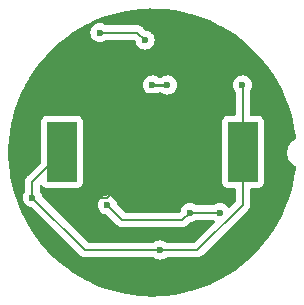
<source format=gbr>
%TF.GenerationSoftware,KiCad,Pcbnew,6.0.11+dfsg-1*%
%TF.CreationDate,2023-06-10T11:59:29-05:00*%
%TF.ProjectId,watch,77617463-682e-46b6-9963-61645f706362,rev?*%
%TF.SameCoordinates,Original*%
%TF.FileFunction,Copper,L2,Bot*%
%TF.FilePolarity,Positive*%
%FSLAX46Y46*%
G04 Gerber Fmt 4.6, Leading zero omitted, Abs format (unit mm)*
G04 Created by KiCad (PCBNEW 6.0.11+dfsg-1) date 2023-06-10 11:59:29*
%MOMM*%
%LPD*%
G01*
G04 APERTURE LIST*
%TA.AperFunction,SMDPad,CuDef*%
%ADD10R,2.500000X5.100000*%
%TD*%
%TA.AperFunction,SMDPad,CuDef*%
%ADD11C,10.200000*%
%TD*%
%TA.AperFunction,ViaPad*%
%ADD12C,0.600000*%
%TD*%
%TA.AperFunction,Conductor*%
%ADD13C,0.200000*%
%TD*%
%TA.AperFunction,Conductor*%
%ADD14C,0.250000*%
%TD*%
G04 APERTURE END LIST*
D10*
%TO.P,BT1,1*%
%TO.N,+3.3V*%
X71150000Y-63450000D03*
%TO.P,BT1,2*%
X55850000Y-63450000D03*
D11*
%TO.P,BT1,3*%
%TO.N,GND*%
X63500000Y-63500000D03*
%TD*%
D12*
%TO.N,+3.3V*%
X71120000Y-57785000D03*
X53340000Y-67310000D03*
X64135000Y-71755000D03*
%TO.N,GND*%
X62865000Y-55245000D03*
X55245000Y-67310000D03*
%TO.N,Net-(R7-Pad1)*%
X62865000Y-53975000D03*
X59055000Y-53340000D03*
%TO.N,Net-(R2-Pad2)*%
X64770000Y-57785000D03*
X63500000Y-57785000D03*
%TO.N,Net-(R1-Pad2)*%
X69215000Y-68580000D03*
X66675000Y-68580000D03*
X59690000Y-67945000D03*
%TD*%
D13*
%TO.N,+3.3V*%
X67310000Y-71755000D02*
X71150000Y-67915000D01*
X57785000Y-71755000D02*
X53340000Y-67310000D01*
X64135000Y-71755000D02*
X67310000Y-71755000D01*
X64135000Y-71755000D02*
X57785000Y-71755000D01*
X71150000Y-57815000D02*
X71150000Y-63450000D01*
X53340000Y-67310000D02*
X53340000Y-65960000D01*
X53340000Y-65960000D02*
X55850000Y-63450000D01*
X71150000Y-67915000D02*
X71150000Y-63450000D01*
X71120000Y-57785000D02*
X71150000Y-57815000D01*
%TO.N,GND*%
X55245000Y-67310000D02*
X59690000Y-67310000D01*
X62230000Y-62230000D02*
X63500000Y-63500000D01*
X62230000Y-55880000D02*
X62230000Y-62230000D01*
X62865000Y-55245000D02*
X62230000Y-55880000D01*
X59690000Y-67310000D02*
X63500000Y-63500000D01*
%TO.N,Net-(R7-Pad1)*%
X62230000Y-53340000D02*
X62865000Y-53975000D01*
X59055000Y-53340000D02*
X62230000Y-53340000D01*
D14*
%TO.N,Net-(R2-Pad2)*%
X63500000Y-57785000D02*
X64770000Y-57785000D01*
D13*
%TO.N,Net-(R1-Pad2)*%
X66675000Y-68580000D02*
X69215000Y-68580000D01*
X59690000Y-67945000D02*
X60960000Y-69215000D01*
X66040000Y-69215000D02*
X66675000Y-68580000D01*
X60960000Y-69215000D02*
X66040000Y-69215000D01*
%TD*%
%TA.AperFunction,Conductor*%
%TO.N,GND*%
G36*
X63559768Y-51307650D02*
G01*
X63993050Y-51313234D01*
X64000151Y-51313528D01*
X64681153Y-51360898D01*
X64688224Y-51361591D01*
X65244003Y-51431997D01*
X65365474Y-51447385D01*
X65372515Y-51448480D01*
X66043811Y-51572418D01*
X66050779Y-51573909D01*
X66714012Y-51735601D01*
X66720884Y-51737484D01*
X67373895Y-51936404D01*
X67380650Y-51938672D01*
X68021394Y-52174196D01*
X68028010Y-52176843D01*
X68336530Y-52310499D01*
X68654400Y-52448206D01*
X68660836Y-52451212D01*
X69250196Y-52747162D01*
X69270911Y-52757564D01*
X69277186Y-52760941D01*
X69868940Y-53101275D01*
X69875014Y-53105001D01*
X70446589Y-53478246D01*
X70452441Y-53482308D01*
X71002000Y-53887266D01*
X71007592Y-53891635D01*
X71533409Y-54327036D01*
X71538745Y-54331715D01*
X71932685Y-54697364D01*
X72039104Y-54796141D01*
X72044187Y-54801135D01*
X72298761Y-55065747D01*
X72517455Y-55293065D01*
X72522243Y-55298331D01*
X72966982Y-55816270D01*
X72971446Y-55821776D01*
X73197339Y-56117115D01*
X73386181Y-56364012D01*
X73390348Y-56369791D01*
X73773766Y-56934602D01*
X73777600Y-56940609D01*
X74128468Y-57526178D01*
X74131956Y-57532391D01*
X74449168Y-58136872D01*
X74452299Y-58143273D01*
X74734820Y-58764692D01*
X74737585Y-58771259D01*
X74984544Y-59407702D01*
X74986932Y-59414416D01*
X75197499Y-60063744D01*
X75199505Y-60070581D01*
X75373038Y-60730811D01*
X75374654Y-60737751D01*
X75510586Y-61406732D01*
X75511807Y-61413753D01*
X75609704Y-62089342D01*
X75610526Y-62096419D01*
X75625349Y-62265693D01*
X75611365Y-62335299D01*
X75566761Y-62383438D01*
X75440032Y-62462895D01*
X75397010Y-62489869D01*
X75238387Y-62631392D01*
X75235070Y-62635546D01*
X75235069Y-62635547D01*
X75109052Y-62793357D01*
X75109048Y-62793362D01*
X75105738Y-62797508D01*
X75002818Y-62983512D01*
X74932543Y-63184140D01*
X74931652Y-63189376D01*
X74931652Y-63189378D01*
X74899738Y-63377026D01*
X74896900Y-63393710D01*
X74896900Y-63606290D01*
X74897790Y-63611521D01*
X74897790Y-63611525D01*
X74929366Y-63797181D01*
X74932543Y-63815860D01*
X75002818Y-64016488D01*
X75105738Y-64202492D01*
X75109048Y-64206638D01*
X75109052Y-64206643D01*
X75193248Y-64312081D01*
X75238387Y-64368608D01*
X75397010Y-64510131D01*
X75401507Y-64512951D01*
X75401509Y-64512952D01*
X75566760Y-64616561D01*
X75613849Y-64669694D01*
X75625348Y-64734305D01*
X75610526Y-64903579D01*
X75609704Y-64910657D01*
X75511807Y-65586247D01*
X75510586Y-65593268D01*
X75374654Y-66262249D01*
X75373038Y-66269189D01*
X75199505Y-66929419D01*
X75197499Y-66936256D01*
X74986932Y-67585584D01*
X74984544Y-67592298D01*
X74737585Y-68228741D01*
X74734820Y-68235308D01*
X74452299Y-68856727D01*
X74449168Y-68863128D01*
X74131956Y-69467609D01*
X74128468Y-69473822D01*
X73777600Y-70059391D01*
X73773766Y-70065398D01*
X73390348Y-70630209D01*
X73386183Y-70635985D01*
X72971446Y-71178224D01*
X72966982Y-71183730D01*
X72612593Y-71596448D01*
X72522248Y-71701663D01*
X72517461Y-71706928D01*
X72296351Y-71936758D01*
X72044187Y-72198865D01*
X72039104Y-72203859D01*
X71538745Y-72668285D01*
X71533409Y-72672964D01*
X71007592Y-73108365D01*
X71002000Y-73112734D01*
X70452442Y-73517691D01*
X70446589Y-73521754D01*
X69875014Y-73894999D01*
X69868940Y-73898725D01*
X69277186Y-74239059D01*
X69270915Y-74242434D01*
X68660836Y-74548788D01*
X68654400Y-74551794D01*
X68362457Y-74678269D01*
X68028010Y-74823157D01*
X68021394Y-74825804D01*
X67380650Y-75061328D01*
X67373895Y-75063596D01*
X66720884Y-75262516D01*
X66714012Y-75264399D01*
X66050779Y-75426091D01*
X66043811Y-75427582D01*
X65372515Y-75551520D01*
X65365474Y-75552615D01*
X65251715Y-75567026D01*
X64688224Y-75638409D01*
X64681153Y-75639102D01*
X64000151Y-75686472D01*
X63993050Y-75686766D01*
X63559768Y-75692350D01*
X63310431Y-75695564D01*
X63303306Y-75695454D01*
X63050925Y-75684425D01*
X62621313Y-75665651D01*
X62614221Y-75665141D01*
X62335665Y-75637126D01*
X61934975Y-75596829D01*
X61927908Y-75595915D01*
X61253653Y-75489322D01*
X61246649Y-75488011D01*
X60579478Y-75343469D01*
X60572559Y-75341764D01*
X59914632Y-75159739D01*
X59907822Y-75157646D01*
X59261213Y-74938713D01*
X59254540Y-74936241D01*
X58621361Y-74681111D01*
X58614858Y-74678275D01*
X57997078Y-74387744D01*
X57990724Y-74384533D01*
X57390394Y-74059563D01*
X57384226Y-74055995D01*
X56803219Y-73697604D01*
X56797263Y-73693693D01*
X56237459Y-73303040D01*
X56231733Y-73298799D01*
X55994868Y-73112743D01*
X55694869Y-72877096D01*
X55689424Y-72872564D01*
X55177268Y-72421193D01*
X55172077Y-72416351D01*
X54686252Y-71936749D01*
X54681333Y-71931610D01*
X54591507Y-71832296D01*
X54223409Y-71425321D01*
X54218788Y-71419913D01*
X53982135Y-71126498D01*
X53790216Y-70888548D01*
X53785907Y-70882885D01*
X53388068Y-70328156D01*
X53384080Y-70322250D01*
X53210471Y-70048756D01*
X53018227Y-69745905D01*
X53014585Y-69739792D01*
X52960251Y-69642437D01*
X52681892Y-69143674D01*
X52678613Y-69137388D01*
X52380150Y-68523416D01*
X52377223Y-68516936D01*
X52363889Y-68485034D01*
X52113951Y-67887088D01*
X52111391Y-67880441D01*
X52104538Y-67861027D01*
X51906005Y-67298640D01*
X52526463Y-67298640D01*
X52544163Y-67479160D01*
X52601418Y-67651273D01*
X52605065Y-67657295D01*
X52605066Y-67657297D01*
X52685581Y-67790243D01*
X52695380Y-67806424D01*
X52821382Y-67936902D01*
X52973159Y-68036222D01*
X52979763Y-68038678D01*
X52979765Y-68038679D01*
X53136558Y-68096990D01*
X53136560Y-68096990D01*
X53143168Y-68099448D01*
X53150153Y-68100380D01*
X53150157Y-68100381D01*
X53200897Y-68107151D01*
X53245986Y-68113167D01*
X53310862Y-68142003D01*
X53318416Y-68148965D01*
X57320685Y-72151234D01*
X57331552Y-72163625D01*
X57351013Y-72188987D01*
X57357563Y-72194013D01*
X57382921Y-72213471D01*
X57382928Y-72213477D01*
X57432382Y-72251424D01*
X57478125Y-72286524D01*
X57626150Y-72347838D01*
X57745115Y-72363500D01*
X57745120Y-72363500D01*
X57745129Y-72363501D01*
X57776812Y-72367672D01*
X57785000Y-72368750D01*
X57816693Y-72364578D01*
X57833136Y-72363500D01*
X63550699Y-72363500D01*
X63619692Y-72384068D01*
X63636325Y-72394952D01*
X63768159Y-72481222D01*
X63774763Y-72483678D01*
X63774765Y-72483679D01*
X63931558Y-72541990D01*
X63931560Y-72541990D01*
X63938168Y-72544448D01*
X64021995Y-72555633D01*
X64110980Y-72567507D01*
X64110984Y-72567507D01*
X64117961Y-72568438D01*
X64124972Y-72567800D01*
X64124976Y-72567800D01*
X64267459Y-72554832D01*
X64298600Y-72551998D01*
X64305302Y-72549820D01*
X64305304Y-72549820D01*
X64464409Y-72498124D01*
X64464412Y-72498123D01*
X64471108Y-72495947D01*
X64626912Y-72403069D01*
X64632013Y-72398212D01*
X64637626Y-72393951D01*
X64638385Y-72394952D01*
X64695090Y-72365762D01*
X64718860Y-72363500D01*
X67261864Y-72363500D01*
X67278307Y-72364578D01*
X67310000Y-72368750D01*
X67318189Y-72367672D01*
X67349874Y-72363501D01*
X67349884Y-72363500D01*
X67349885Y-72363500D01*
X67349901Y-72363498D01*
X67449457Y-72350391D01*
X67460664Y-72348916D01*
X67460666Y-72348915D01*
X67468851Y-72347838D01*
X67616876Y-72286524D01*
X67712072Y-72213477D01*
X67712075Y-72213474D01*
X67743987Y-72188987D01*
X67749017Y-72182432D01*
X67763452Y-72163621D01*
X67774319Y-72151230D01*
X71546234Y-68379315D01*
X71558625Y-68368448D01*
X71577437Y-68354013D01*
X71583987Y-68348987D01*
X71608474Y-68317075D01*
X71608480Y-68317069D01*
X71676496Y-68228429D01*
X71676497Y-68228427D01*
X71681524Y-68221876D01*
X71742838Y-68073851D01*
X71748431Y-68031368D01*
X71758500Y-67954885D01*
X71758500Y-67954880D01*
X71763750Y-67915000D01*
X71759578Y-67883307D01*
X71758500Y-67866864D01*
X71758500Y-66634500D01*
X71778502Y-66566379D01*
X71832158Y-66519886D01*
X71884500Y-66508500D01*
X72448134Y-66508500D01*
X72510316Y-66501745D01*
X72646705Y-66450615D01*
X72763261Y-66363261D01*
X72850615Y-66246705D01*
X72901745Y-66110316D01*
X72908500Y-66048134D01*
X72908500Y-60851866D01*
X72901745Y-60789684D01*
X72850615Y-60653295D01*
X72763261Y-60536739D01*
X72646705Y-60449385D01*
X72510316Y-60398255D01*
X72448134Y-60391500D01*
X71884500Y-60391500D01*
X71816379Y-60371498D01*
X71769886Y-60317842D01*
X71758500Y-60265500D01*
X71758500Y-58323094D01*
X71779552Y-58253367D01*
X71839742Y-58162773D01*
X71843643Y-58156902D01*
X71908055Y-57987338D01*
X71909035Y-57980366D01*
X71932748Y-57811639D01*
X71932748Y-57811636D01*
X71933299Y-57807717D01*
X71933616Y-57785000D01*
X71913397Y-57604745D01*
X71911080Y-57598091D01*
X71856064Y-57440106D01*
X71856062Y-57440103D01*
X71853745Y-57433448D01*
X71757626Y-57279624D01*
X71732267Y-57254087D01*
X71634778Y-57155915D01*
X71634774Y-57155912D01*
X71629815Y-57150918D01*
X71618697Y-57143862D01*
X71570538Y-57113300D01*
X71476666Y-57053727D01*
X71447463Y-57043328D01*
X71312425Y-56995243D01*
X71312420Y-56995242D01*
X71305790Y-56992881D01*
X71298802Y-56992048D01*
X71298799Y-56992047D01*
X71175698Y-56977368D01*
X71125680Y-56971404D01*
X71118677Y-56972140D01*
X71118676Y-56972140D01*
X70952288Y-56989628D01*
X70952286Y-56989629D01*
X70945288Y-56990364D01*
X70773579Y-57048818D01*
X70767575Y-57052512D01*
X70625095Y-57140166D01*
X70625092Y-57140168D01*
X70619088Y-57143862D01*
X70614053Y-57148793D01*
X70614050Y-57148795D01*
X70494525Y-57265843D01*
X70489493Y-57270771D01*
X70391235Y-57423238D01*
X70388826Y-57429858D01*
X70388824Y-57429861D01*
X70351506Y-57532391D01*
X70329197Y-57593685D01*
X70306463Y-57773640D01*
X70324163Y-57954160D01*
X70381418Y-58126273D01*
X70385065Y-58132295D01*
X70385066Y-58132297D01*
X70395978Y-58150314D01*
X70475380Y-58281424D01*
X70495357Y-58302111D01*
X70506137Y-58313274D01*
X70539069Y-58376171D01*
X70541500Y-58400801D01*
X70541500Y-60265500D01*
X70521498Y-60333621D01*
X70467842Y-60380114D01*
X70415500Y-60391500D01*
X69851866Y-60391500D01*
X69789684Y-60398255D01*
X69653295Y-60449385D01*
X69536739Y-60536739D01*
X69449385Y-60653295D01*
X69398255Y-60789684D01*
X69391500Y-60851866D01*
X69391500Y-66048134D01*
X69398255Y-66110316D01*
X69449385Y-66246705D01*
X69536739Y-66363261D01*
X69653295Y-66450615D01*
X69789684Y-66501745D01*
X69851866Y-66508500D01*
X70415500Y-66508500D01*
X70483621Y-66528502D01*
X70530114Y-66582158D01*
X70541500Y-66634500D01*
X70541500Y-67610761D01*
X70521498Y-67678882D01*
X70504595Y-67699856D01*
X70071236Y-68133215D01*
X70008924Y-68167241D01*
X69938109Y-68162176D01*
X69881273Y-68119629D01*
X69875287Y-68110890D01*
X69872951Y-68107151D01*
X69852626Y-68074624D01*
X69843835Y-68065771D01*
X69729778Y-67950915D01*
X69729774Y-67950912D01*
X69724815Y-67945918D01*
X69716688Y-67940760D01*
X69632118Y-67887091D01*
X69571666Y-67848727D01*
X69542463Y-67838328D01*
X69407425Y-67790243D01*
X69407420Y-67790242D01*
X69400790Y-67787881D01*
X69393802Y-67787048D01*
X69393799Y-67787047D01*
X69265462Y-67771744D01*
X69220680Y-67766404D01*
X69213677Y-67767140D01*
X69213676Y-67767140D01*
X69047288Y-67784628D01*
X69047286Y-67784629D01*
X69040288Y-67785364D01*
X68868579Y-67843818D01*
X68714088Y-67938862D01*
X68709054Y-67943791D01*
X68707776Y-67944790D01*
X68641782Y-67970967D01*
X68630204Y-67971500D01*
X67259751Y-67971500D01*
X67191630Y-67951498D01*
X67187157Y-67948276D01*
X67184815Y-67945918D01*
X67176688Y-67940760D01*
X67092118Y-67887091D01*
X67031666Y-67848727D01*
X67002463Y-67838328D01*
X66867425Y-67790243D01*
X66867420Y-67790242D01*
X66860790Y-67787881D01*
X66853802Y-67787048D01*
X66853799Y-67787047D01*
X66725462Y-67771744D01*
X66680680Y-67766404D01*
X66673677Y-67767140D01*
X66673676Y-67767140D01*
X66507288Y-67784628D01*
X66507286Y-67784629D01*
X66500288Y-67785364D01*
X66328579Y-67843818D01*
X66266109Y-67882250D01*
X66180095Y-67935166D01*
X66180092Y-67935168D01*
X66174088Y-67938862D01*
X66169053Y-67943793D01*
X66169050Y-67943795D01*
X66140759Y-67971500D01*
X66044493Y-68065771D01*
X65946235Y-68218238D01*
X65943826Y-68224858D01*
X65943824Y-68224861D01*
X65891563Y-68368448D01*
X65884197Y-68388685D01*
X65883314Y-68395675D01*
X65872025Y-68485034D01*
X65843643Y-68550111D01*
X65836114Y-68558337D01*
X65824856Y-68569595D01*
X65762544Y-68603621D01*
X65735761Y-68606500D01*
X61264239Y-68606500D01*
X61196118Y-68586498D01*
X61175144Y-68569595D01*
X60528888Y-67923339D01*
X60494862Y-67861027D01*
X60492768Y-67848289D01*
X60484182Y-67771744D01*
X60483397Y-67764745D01*
X60481080Y-67758091D01*
X60426064Y-67600106D01*
X60426062Y-67600103D01*
X60423745Y-67593448D01*
X60327626Y-67439624D01*
X60313941Y-67425843D01*
X60204778Y-67315915D01*
X60204774Y-67315912D01*
X60199815Y-67310918D01*
X60188697Y-67303862D01*
X60115069Y-67257137D01*
X60046666Y-67213727D01*
X60017463Y-67203328D01*
X59882425Y-67155243D01*
X59882420Y-67155242D01*
X59875790Y-67152881D01*
X59868802Y-67152048D01*
X59868799Y-67152047D01*
X59740462Y-67136744D01*
X59695680Y-67131404D01*
X59688677Y-67132140D01*
X59688676Y-67132140D01*
X59522288Y-67149628D01*
X59522286Y-67149629D01*
X59515288Y-67150364D01*
X59343579Y-67208818D01*
X59309230Y-67229950D01*
X59195095Y-67300166D01*
X59195092Y-67300168D01*
X59189088Y-67303862D01*
X59184053Y-67308793D01*
X59184050Y-67308795D01*
X59064525Y-67425843D01*
X59059493Y-67430771D01*
X58961235Y-67583238D01*
X58958826Y-67589858D01*
X58958824Y-67589861D01*
X58926423Y-67678882D01*
X58899197Y-67753685D01*
X58876463Y-67933640D01*
X58894163Y-68114160D01*
X58951418Y-68286273D01*
X58955065Y-68292295D01*
X58955066Y-68292297D01*
X59017674Y-68395675D01*
X59045380Y-68441424D01*
X59171382Y-68571902D01*
X59323159Y-68671222D01*
X59329763Y-68673678D01*
X59329765Y-68673679D01*
X59486558Y-68731990D01*
X59486560Y-68731990D01*
X59493168Y-68734448D01*
X59500153Y-68735380D01*
X59500157Y-68735381D01*
X59562547Y-68743706D01*
X59595986Y-68748167D01*
X59660862Y-68777003D01*
X59668416Y-68783965D01*
X60495685Y-69611234D01*
X60506552Y-69623625D01*
X60526013Y-69648987D01*
X60532563Y-69654013D01*
X60557925Y-69673474D01*
X60557928Y-69673477D01*
X60644351Y-69739792D01*
X60653124Y-69746524D01*
X60714438Y-69771921D01*
X60793520Y-69804678D01*
X60793523Y-69804679D01*
X60801150Y-69807838D01*
X60920115Y-69823500D01*
X60920120Y-69823500D01*
X60920129Y-69823501D01*
X60951812Y-69827672D01*
X60960000Y-69828750D01*
X60991693Y-69824578D01*
X61008136Y-69823500D01*
X65991864Y-69823500D01*
X66008307Y-69824578D01*
X66040000Y-69828750D01*
X66048189Y-69827672D01*
X66079874Y-69823501D01*
X66079884Y-69823500D01*
X66079885Y-69823500D01*
X66079901Y-69823498D01*
X66179457Y-69810391D01*
X66190664Y-69808916D01*
X66190666Y-69808915D01*
X66198851Y-69807838D01*
X66346876Y-69746524D01*
X66355650Y-69739792D01*
X66442072Y-69673477D01*
X66442075Y-69673474D01*
X66467434Y-69654015D01*
X66473987Y-69648987D01*
X66479017Y-69642432D01*
X66493452Y-69623621D01*
X66504319Y-69611230D01*
X66696282Y-69419267D01*
X66758594Y-69385241D01*
X66773955Y-69382881D01*
X66838600Y-69376998D01*
X66845302Y-69374820D01*
X66845304Y-69374820D01*
X67004409Y-69323124D01*
X67004412Y-69323123D01*
X67011108Y-69320947D01*
X67166912Y-69228069D01*
X67172013Y-69223212D01*
X67177626Y-69218951D01*
X67178385Y-69219952D01*
X67235090Y-69190762D01*
X67258860Y-69188500D01*
X68630699Y-69188500D01*
X68699691Y-69209067D01*
X68716325Y-69219952D01*
X68748691Y-69241132D01*
X68794739Y-69295170D01*
X68804262Y-69365525D01*
X68774237Y-69429860D01*
X68768792Y-69435659D01*
X67094856Y-71109595D01*
X67032544Y-71143621D01*
X67005761Y-71146500D01*
X64719751Y-71146500D01*
X64651630Y-71126498D01*
X64647157Y-71123276D01*
X64644815Y-71120918D01*
X64633697Y-71113862D01*
X64585538Y-71083300D01*
X64491666Y-71023727D01*
X64462463Y-71013328D01*
X64327425Y-70965243D01*
X64327420Y-70965242D01*
X64320790Y-70962881D01*
X64313802Y-70962048D01*
X64313799Y-70962047D01*
X64190698Y-70947368D01*
X64140680Y-70941404D01*
X64133677Y-70942140D01*
X64133676Y-70942140D01*
X63967288Y-70959628D01*
X63967286Y-70959629D01*
X63960288Y-70960364D01*
X63788579Y-71018818D01*
X63634088Y-71113862D01*
X63629054Y-71118791D01*
X63627776Y-71119790D01*
X63561782Y-71145967D01*
X63550204Y-71146500D01*
X58089239Y-71146500D01*
X58021118Y-71126498D01*
X58000144Y-71109595D01*
X54178888Y-67288339D01*
X54144862Y-67226027D01*
X54142768Y-67213289D01*
X54134182Y-67136744D01*
X54133397Y-67129745D01*
X54129576Y-67118773D01*
X54076064Y-66965106D01*
X54076062Y-66965103D01*
X54073745Y-66958448D01*
X53977626Y-66804624D01*
X53975215Y-66802196D01*
X53949117Y-66737716D01*
X53948500Y-66725263D01*
X53948500Y-66356883D01*
X53968502Y-66288762D01*
X54022158Y-66242269D01*
X54092432Y-66232165D01*
X54157012Y-66261659D01*
X54175326Y-66281318D01*
X54236739Y-66363261D01*
X54353295Y-66450615D01*
X54489684Y-66501745D01*
X54551866Y-66508500D01*
X57148134Y-66508500D01*
X57210316Y-66501745D01*
X57346705Y-66450615D01*
X57463261Y-66363261D01*
X57550615Y-66246705D01*
X57601745Y-66110316D01*
X57608500Y-66048134D01*
X57608500Y-60851866D01*
X57601745Y-60789684D01*
X57550615Y-60653295D01*
X57463261Y-60536739D01*
X57346705Y-60449385D01*
X57210316Y-60398255D01*
X57148134Y-60391500D01*
X54551866Y-60391500D01*
X54489684Y-60398255D01*
X54353295Y-60449385D01*
X54236739Y-60536739D01*
X54149385Y-60653295D01*
X54098255Y-60789684D01*
X54091500Y-60851866D01*
X54091500Y-64295761D01*
X54071498Y-64363882D01*
X54054595Y-64384856D01*
X52943766Y-65495685D01*
X52931375Y-65506552D01*
X52906013Y-65526013D01*
X52881526Y-65557925D01*
X52881523Y-65557928D01*
X52808476Y-65653124D01*
X52808476Y-65653125D01*
X52747162Y-65801150D01*
X52731500Y-65920115D01*
X52731500Y-65920120D01*
X52726250Y-65960000D01*
X52727328Y-65968188D01*
X52730422Y-65991690D01*
X52731500Y-66008136D01*
X52731500Y-66725164D01*
X52711498Y-66793285D01*
X52710188Y-66795090D01*
X52709493Y-66795771D01*
X52707894Y-66798253D01*
X52707892Y-66798255D01*
X52699934Y-66810603D01*
X52611235Y-66948238D01*
X52608826Y-66954858D01*
X52608824Y-66954861D01*
X52551606Y-67112066D01*
X52549197Y-67118685D01*
X52526463Y-67298640D01*
X51906005Y-67298640D01*
X51884149Y-67236727D01*
X51881970Y-67229950D01*
X51877129Y-67213289D01*
X51691477Y-66574411D01*
X51689684Y-66567519D01*
X51674741Y-66502598D01*
X51614818Y-66242269D01*
X51536555Y-65902262D01*
X51535154Y-65895276D01*
X51473010Y-65532561D01*
X51419877Y-65222435D01*
X51418875Y-65215401D01*
X51341818Y-64537105D01*
X51341214Y-64530005D01*
X51302623Y-63848438D01*
X51302422Y-63841315D01*
X51302422Y-63158685D01*
X51302623Y-63151562D01*
X51341214Y-62469995D01*
X51341818Y-62462895D01*
X51418875Y-61784599D01*
X51419877Y-61777565D01*
X51535154Y-61104724D01*
X51536555Y-61097738D01*
X51665686Y-60536739D01*
X51689685Y-60432477D01*
X51691478Y-60425585D01*
X51701383Y-60391500D01*
X51881972Y-59770044D01*
X51884151Y-59763267D01*
X51944383Y-59592648D01*
X52111392Y-59119556D01*
X52113952Y-59112909D01*
X52198839Y-58909828D01*
X52377229Y-58483050D01*
X52380156Y-58476570D01*
X52678613Y-57862612D01*
X52681892Y-57856326D01*
X52728039Y-57773640D01*
X62686463Y-57773640D01*
X62704163Y-57954160D01*
X62761418Y-58126273D01*
X62765065Y-58132295D01*
X62765066Y-58132297D01*
X62775978Y-58150314D01*
X62855380Y-58281424D01*
X62860269Y-58286487D01*
X62860270Y-58286488D01*
X62921500Y-58349893D01*
X62981382Y-58411902D01*
X63133159Y-58511222D01*
X63139763Y-58513678D01*
X63139765Y-58513679D01*
X63296558Y-58571990D01*
X63296560Y-58571990D01*
X63303168Y-58574448D01*
X63386995Y-58585633D01*
X63475980Y-58597507D01*
X63475984Y-58597507D01*
X63482961Y-58598438D01*
X63489972Y-58597800D01*
X63489976Y-58597800D01*
X63632459Y-58584832D01*
X63663600Y-58581998D01*
X63670302Y-58579820D01*
X63670304Y-58579820D01*
X63829409Y-58528124D01*
X63829412Y-58528123D01*
X63836108Y-58525947D01*
X63986540Y-58436271D01*
X64051058Y-58418500D01*
X64223903Y-58418500D01*
X64292896Y-58439068D01*
X64355108Y-58479778D01*
X64403159Y-58511222D01*
X64409763Y-58513678D01*
X64409765Y-58513679D01*
X64566558Y-58571990D01*
X64566560Y-58571990D01*
X64573168Y-58574448D01*
X64656995Y-58585633D01*
X64745980Y-58597507D01*
X64745984Y-58597507D01*
X64752961Y-58598438D01*
X64759972Y-58597800D01*
X64759976Y-58597800D01*
X64902459Y-58584832D01*
X64933600Y-58581998D01*
X64940302Y-58579820D01*
X64940304Y-58579820D01*
X65099409Y-58528124D01*
X65099412Y-58528123D01*
X65106108Y-58525947D01*
X65261912Y-58433069D01*
X65393266Y-58307982D01*
X65493643Y-58156902D01*
X65558055Y-57987338D01*
X65559035Y-57980366D01*
X65582748Y-57811639D01*
X65582748Y-57811636D01*
X65583299Y-57807717D01*
X65583616Y-57785000D01*
X65563397Y-57604745D01*
X65561080Y-57598091D01*
X65506064Y-57440106D01*
X65506062Y-57440103D01*
X65503745Y-57433448D01*
X65407626Y-57279624D01*
X65382267Y-57254087D01*
X65284778Y-57155915D01*
X65284774Y-57155912D01*
X65279815Y-57150918D01*
X65268697Y-57143862D01*
X65220538Y-57113300D01*
X65126666Y-57053727D01*
X65097463Y-57043328D01*
X64962425Y-56995243D01*
X64962420Y-56995242D01*
X64955790Y-56992881D01*
X64948802Y-56992048D01*
X64948799Y-56992047D01*
X64825698Y-56977368D01*
X64775680Y-56971404D01*
X64768677Y-56972140D01*
X64768676Y-56972140D01*
X64602288Y-56989628D01*
X64602286Y-56989629D01*
X64595288Y-56990364D01*
X64423579Y-57048818D01*
X64287039Y-57132819D01*
X64221019Y-57151500D01*
X64047338Y-57151500D01*
X63979824Y-57131885D01*
X63946583Y-57110790D01*
X63856666Y-57053727D01*
X63827463Y-57043328D01*
X63692425Y-56995243D01*
X63692420Y-56995242D01*
X63685790Y-56992881D01*
X63678802Y-56992048D01*
X63678799Y-56992047D01*
X63555698Y-56977368D01*
X63505680Y-56971404D01*
X63498677Y-56972140D01*
X63498676Y-56972140D01*
X63332288Y-56989628D01*
X63332286Y-56989629D01*
X63325288Y-56990364D01*
X63153579Y-57048818D01*
X63147575Y-57052512D01*
X63005095Y-57140166D01*
X63005092Y-57140168D01*
X62999088Y-57143862D01*
X62994053Y-57148793D01*
X62994050Y-57148795D01*
X62874525Y-57265843D01*
X62869493Y-57270771D01*
X62771235Y-57423238D01*
X62768826Y-57429858D01*
X62768824Y-57429861D01*
X62731506Y-57532391D01*
X62709197Y-57593685D01*
X62686463Y-57773640D01*
X52728039Y-57773640D01*
X53014590Y-57260200D01*
X53018232Y-57254087D01*
X53083353Y-57151500D01*
X53384080Y-56677750D01*
X53388068Y-56671844D01*
X53785907Y-56117115D01*
X53790222Y-56111444D01*
X54218796Y-55580078D01*
X54223416Y-55574670D01*
X54473352Y-55298337D01*
X54681342Y-55068381D01*
X54686261Y-55063242D01*
X55172077Y-54583649D01*
X55177268Y-54578807D01*
X55689424Y-54127436D01*
X55694869Y-54122904D01*
X56231734Y-53701201D01*
X56237459Y-53696960D01*
X56765260Y-53328640D01*
X58241463Y-53328640D01*
X58259163Y-53509160D01*
X58316418Y-53681273D01*
X58320065Y-53687295D01*
X58320066Y-53687297D01*
X58385139Y-53794745D01*
X58410380Y-53836424D01*
X58536382Y-53966902D01*
X58688159Y-54066222D01*
X58694763Y-54068678D01*
X58694765Y-54068679D01*
X58851558Y-54126990D01*
X58851560Y-54126990D01*
X58858168Y-54129448D01*
X58941995Y-54140633D01*
X59030980Y-54152507D01*
X59030984Y-54152507D01*
X59037961Y-54153438D01*
X59044972Y-54152800D01*
X59044976Y-54152800D01*
X59187459Y-54139832D01*
X59218600Y-54136998D01*
X59225302Y-54134820D01*
X59225304Y-54134820D01*
X59384409Y-54083124D01*
X59384412Y-54083123D01*
X59391108Y-54080947D01*
X59546912Y-53988069D01*
X59552013Y-53983212D01*
X59557626Y-53978951D01*
X59558385Y-53979952D01*
X59615090Y-53950762D01*
X59638860Y-53948500D01*
X61925761Y-53948500D01*
X61993882Y-53968502D01*
X62014856Y-53985405D01*
X62025907Y-53996456D01*
X62059933Y-54058768D01*
X62062211Y-54073256D01*
X62062965Y-54080947D01*
X62069163Y-54144160D01*
X62126418Y-54316273D01*
X62130065Y-54322295D01*
X62130066Y-54322297D01*
X62140978Y-54340314D01*
X62220380Y-54471424D01*
X62346382Y-54601902D01*
X62498159Y-54701222D01*
X62504763Y-54703678D01*
X62504765Y-54703679D01*
X62661558Y-54761990D01*
X62661560Y-54761990D01*
X62668168Y-54764448D01*
X62751995Y-54775633D01*
X62840980Y-54787507D01*
X62840984Y-54787507D01*
X62847961Y-54788438D01*
X62854972Y-54787800D01*
X62854976Y-54787800D01*
X62997459Y-54774832D01*
X63028600Y-54771998D01*
X63035302Y-54769820D01*
X63035304Y-54769820D01*
X63194409Y-54718124D01*
X63194412Y-54718123D01*
X63201108Y-54715947D01*
X63356912Y-54623069D01*
X63488266Y-54497982D01*
X63588643Y-54346902D01*
X63653055Y-54177338D01*
X63656545Y-54152507D01*
X63677748Y-54001639D01*
X63677748Y-54001636D01*
X63678299Y-53997717D01*
X63678616Y-53975000D01*
X63658397Y-53794745D01*
X63656080Y-53788091D01*
X63601064Y-53630106D01*
X63601062Y-53630103D01*
X63598745Y-53623448D01*
X63502626Y-53469624D01*
X63497664Y-53464627D01*
X63379778Y-53345915D01*
X63379774Y-53345912D01*
X63374815Y-53340918D01*
X63362744Y-53333257D01*
X63314114Y-53302396D01*
X63221666Y-53243727D01*
X63192463Y-53233328D01*
X63057425Y-53185243D01*
X63057420Y-53185242D01*
X63050790Y-53182881D01*
X63043804Y-53182048D01*
X63043800Y-53182047D01*
X62960864Y-53172158D01*
X62895591Y-53144231D01*
X62886688Y-53136139D01*
X62694315Y-52943766D01*
X62683448Y-52931375D01*
X62669013Y-52912563D01*
X62663987Y-52906013D01*
X62632075Y-52881526D01*
X62632072Y-52881523D01*
X62536876Y-52808476D01*
X62388851Y-52747162D01*
X62380664Y-52746084D01*
X62380663Y-52746084D01*
X62369458Y-52744609D01*
X62338262Y-52740502D01*
X62269885Y-52731500D01*
X62269882Y-52731500D01*
X62269874Y-52731499D01*
X62238189Y-52727328D01*
X62230000Y-52726250D01*
X62198307Y-52730422D01*
X62181864Y-52731500D01*
X59639751Y-52731500D01*
X59571630Y-52711498D01*
X59567157Y-52708276D01*
X59564815Y-52705918D01*
X59553697Y-52698862D01*
X59505538Y-52668300D01*
X59411666Y-52608727D01*
X59382463Y-52598328D01*
X59247425Y-52550243D01*
X59247420Y-52550242D01*
X59240790Y-52547881D01*
X59233802Y-52547048D01*
X59233799Y-52547047D01*
X59110698Y-52532368D01*
X59060680Y-52526404D01*
X59053677Y-52527140D01*
X59053676Y-52527140D01*
X58887288Y-52544628D01*
X58887286Y-52544629D01*
X58880288Y-52545364D01*
X58708579Y-52603818D01*
X58694457Y-52612506D01*
X58560095Y-52695166D01*
X58560092Y-52695168D01*
X58554088Y-52698862D01*
X58549053Y-52703793D01*
X58549050Y-52703795D01*
X58429525Y-52820843D01*
X58424493Y-52825771D01*
X58326235Y-52978238D01*
X58264197Y-53148685D01*
X58241463Y-53328640D01*
X56765260Y-53328640D01*
X56797263Y-53306307D01*
X56803219Y-53302396D01*
X57384226Y-52944005D01*
X57390394Y-52940437D01*
X57990724Y-52615467D01*
X57997084Y-52612253D01*
X58004582Y-52608727D01*
X58614858Y-52321725D01*
X58621361Y-52318889D01*
X59254540Y-52063759D01*
X59261213Y-52061287D01*
X59907822Y-51842354D01*
X59914632Y-51840261D01*
X60572559Y-51658236D01*
X60579478Y-51656531D01*
X61246649Y-51511989D01*
X61253653Y-51510678D01*
X61927908Y-51404085D01*
X61934975Y-51403171D01*
X62355319Y-51360897D01*
X62614221Y-51334859D01*
X62621313Y-51334349D01*
X63050925Y-51315575D01*
X63303306Y-51304546D01*
X63310431Y-51304436D01*
X63559768Y-51307650D01*
G37*
%TD.AperFunction*%
%TD*%
M02*

</source>
